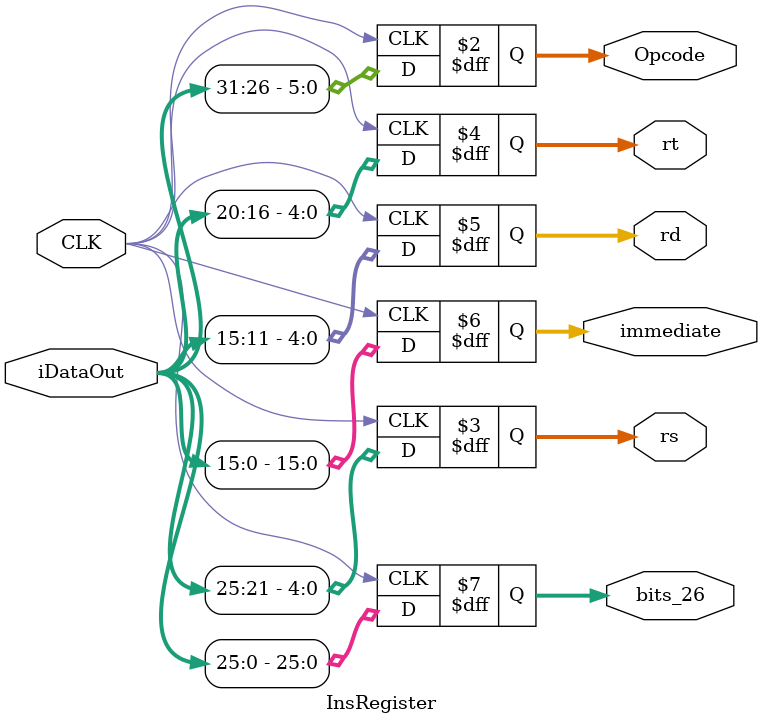
<source format=v>
`timescale 1ns / 1ps
module InsRegister(iDataOut, /*IRWre,*/ Opcode, rs, rt, rd, immediate, bits_26, CLK);
	input [31:0] iDataOut;
	input CLK/*, IRWre*/;
	output reg [5:0] Opcode;
	output reg [4:0] rs, rt, rd;
	output reg [15:0] immediate;
	output reg [25:0] bits_26;
    always @(negedge CLK) begin
			Opcode <= iDataOut[31:26];
			rs <= iDataOut[25:21];
			rt <= iDataOut[20:16];
			rd <= iDataOut[15:11];
			immediate <= iDataOut[15:0];
			bits_26 <= iDataOut[25:0];
    end
endmodule

</source>
